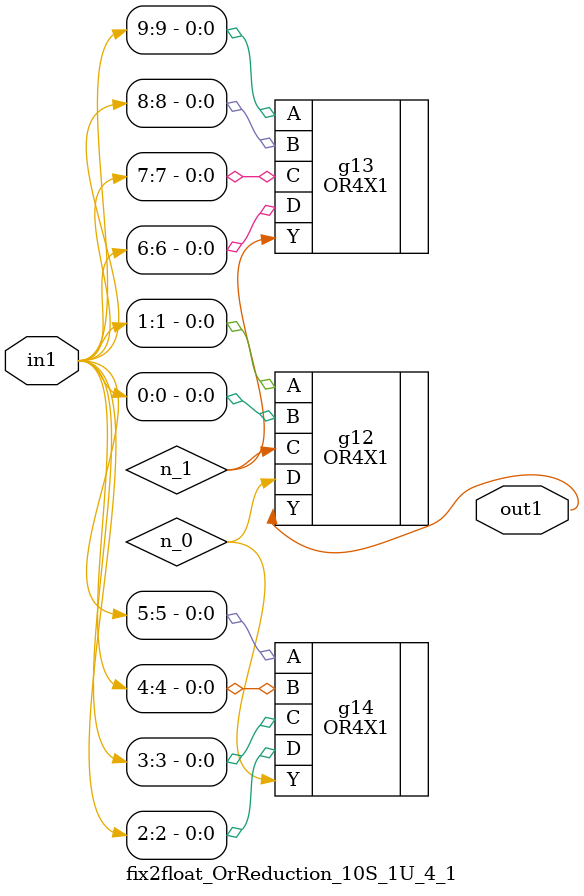
<source format=v>
`timescale 1ps / 1ps


module fix2float_OrReduction_10S_1U_4_1(in1, out1);
  input [9:0] in1;
  output out1;
  wire [9:0] in1;
  wire out1;
  wire n_0, n_1;
  OR4X1 g12(.A (in1[1]), .B (in1[0]), .C (n_1), .D (n_0), .Y (out1));
  OR4X1 g13(.A (in1[9]), .B (in1[8]), .C (in1[7]), .D (in1[6]), .Y
       (n_1));
  OR4X1 g14(.A (in1[5]), .B (in1[4]), .C (in1[3]), .D (in1[2]), .Y
       (n_0));
endmodule



</source>
